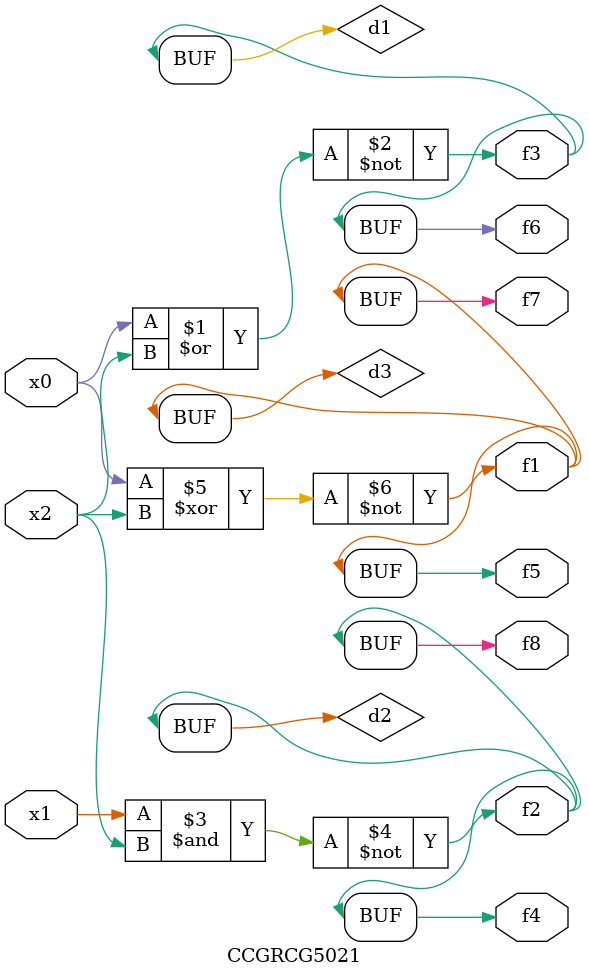
<source format=v>
module CCGRCG5021(
	input x0, x1, x2,
	output f1, f2, f3, f4, f5, f6, f7, f8
);

	wire d1, d2, d3;

	nor (d1, x0, x2);
	nand (d2, x1, x2);
	xnor (d3, x0, x2);
	assign f1 = d3;
	assign f2 = d2;
	assign f3 = d1;
	assign f4 = d2;
	assign f5 = d3;
	assign f6 = d1;
	assign f7 = d3;
	assign f8 = d2;
endmodule

</source>
